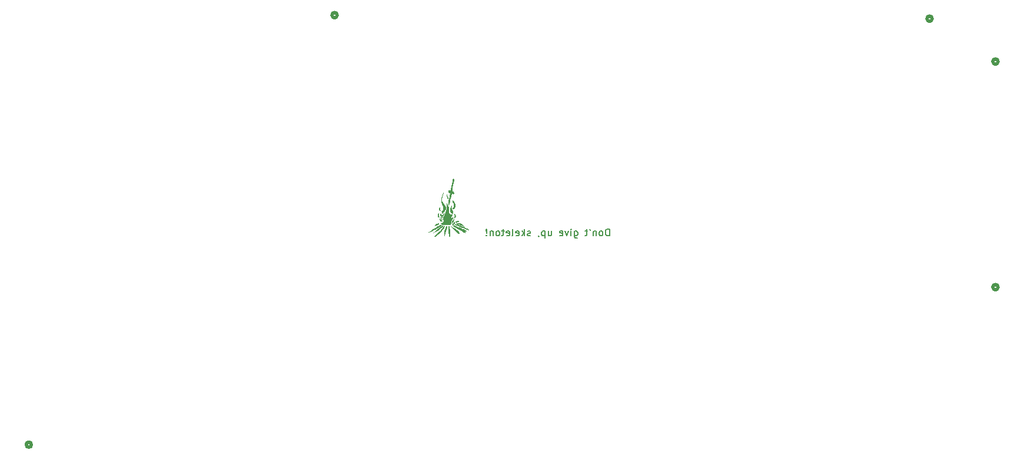
<source format=gbr>
%TF.GenerationSoftware,KiCad,Pcbnew,(6.0.10)*%
%TF.CreationDate,2023-12-09T12:58:45-08:00*%
%TF.ProjectId,windchargecontroller,77696e64-6368-4617-9267-65636f6e7472,rev?*%
%TF.SameCoordinates,Original*%
%TF.FileFunction,Legend,Bot*%
%TF.FilePolarity,Positive*%
%FSLAX46Y46*%
G04 Gerber Fmt 4.6, Leading zero omitted, Abs format (unit mm)*
G04 Created by KiCad (PCBNEW (6.0.10)) date 2023-12-09 12:58:45*
%MOMM*%
%LPD*%
G01*
G04 APERTURE LIST*
%ADD10C,0.150000*%
%ADD11C,0.508000*%
G04 APERTURE END LIST*
D10*
X163671733Y-70911980D02*
X163671733Y-69911980D01*
X163433638Y-69911980D01*
X163290780Y-69959600D01*
X163195542Y-70054838D01*
X163147923Y-70150076D01*
X163100304Y-70340552D01*
X163100304Y-70483409D01*
X163147923Y-70673885D01*
X163195542Y-70769123D01*
X163290780Y-70864361D01*
X163433638Y-70911980D01*
X163671733Y-70911980D01*
X162528876Y-70911980D02*
X162624114Y-70864361D01*
X162671733Y-70816742D01*
X162719352Y-70721504D01*
X162719352Y-70435790D01*
X162671733Y-70340552D01*
X162624114Y-70292933D01*
X162528876Y-70245314D01*
X162386019Y-70245314D01*
X162290780Y-70292933D01*
X162243161Y-70340552D01*
X162195542Y-70435790D01*
X162195542Y-70721504D01*
X162243161Y-70816742D01*
X162290780Y-70864361D01*
X162386019Y-70911980D01*
X162528876Y-70911980D01*
X161766971Y-70245314D02*
X161766971Y-70911980D01*
X161766971Y-70340552D02*
X161719352Y-70292933D01*
X161624114Y-70245314D01*
X161481257Y-70245314D01*
X161386019Y-70292933D01*
X161338400Y-70388171D01*
X161338400Y-70911980D01*
X160814590Y-69911980D02*
X160909828Y-70102457D01*
X160528876Y-70245314D02*
X160147923Y-70245314D01*
X160386019Y-69911980D02*
X160386019Y-70769123D01*
X160338400Y-70864361D01*
X160243161Y-70911980D01*
X160147923Y-70911980D01*
X158624114Y-70245314D02*
X158624114Y-71054838D01*
X158671733Y-71150076D01*
X158719352Y-71197695D01*
X158814590Y-71245314D01*
X158957447Y-71245314D01*
X159052685Y-71197695D01*
X158624114Y-70864361D02*
X158719352Y-70911980D01*
X158909828Y-70911980D01*
X159005066Y-70864361D01*
X159052685Y-70816742D01*
X159100304Y-70721504D01*
X159100304Y-70435790D01*
X159052685Y-70340552D01*
X159005066Y-70292933D01*
X158909828Y-70245314D01*
X158719352Y-70245314D01*
X158624114Y-70292933D01*
X158147923Y-70911980D02*
X158147923Y-70245314D01*
X158147923Y-69911980D02*
X158195542Y-69959600D01*
X158147923Y-70007219D01*
X158100304Y-69959600D01*
X158147923Y-69911980D01*
X158147923Y-70007219D01*
X157766971Y-70245314D02*
X157528876Y-70911980D01*
X157290780Y-70245314D01*
X156528876Y-70864361D02*
X156624114Y-70911980D01*
X156814590Y-70911980D01*
X156909828Y-70864361D01*
X156957447Y-70769123D01*
X156957447Y-70388171D01*
X156909828Y-70292933D01*
X156814590Y-70245314D01*
X156624114Y-70245314D01*
X156528876Y-70292933D01*
X156481257Y-70388171D01*
X156481257Y-70483409D01*
X156957447Y-70578647D01*
X154862209Y-70245314D02*
X154862209Y-70911980D01*
X155290780Y-70245314D02*
X155290780Y-70769123D01*
X155243161Y-70864361D01*
X155147923Y-70911980D01*
X155005066Y-70911980D01*
X154909828Y-70864361D01*
X154862209Y-70816742D01*
X154386019Y-70245314D02*
X154386019Y-71245314D01*
X154386019Y-70292933D02*
X154290780Y-70245314D01*
X154100304Y-70245314D01*
X154005066Y-70292933D01*
X153957447Y-70340552D01*
X153909828Y-70435790D01*
X153909828Y-70721504D01*
X153957447Y-70816742D01*
X154005066Y-70864361D01*
X154100304Y-70911980D01*
X154290780Y-70911980D01*
X154386019Y-70864361D01*
X153433638Y-70864361D02*
X153433638Y-70911980D01*
X153481257Y-71007219D01*
X153528876Y-71054838D01*
X152290780Y-70864361D02*
X152195542Y-70911980D01*
X152005066Y-70911980D01*
X151909828Y-70864361D01*
X151862209Y-70769123D01*
X151862209Y-70721504D01*
X151909828Y-70626266D01*
X152005066Y-70578647D01*
X152147923Y-70578647D01*
X152243161Y-70531028D01*
X152290780Y-70435790D01*
X152290780Y-70388171D01*
X152243161Y-70292933D01*
X152147923Y-70245314D01*
X152005066Y-70245314D01*
X151909828Y-70292933D01*
X151433638Y-70911980D02*
X151433638Y-69911980D01*
X151338400Y-70531028D02*
X151052685Y-70911980D01*
X151052685Y-70245314D02*
X151433638Y-70626266D01*
X150243161Y-70864361D02*
X150338400Y-70911980D01*
X150528876Y-70911980D01*
X150624114Y-70864361D01*
X150671733Y-70769123D01*
X150671733Y-70388171D01*
X150624114Y-70292933D01*
X150528876Y-70245314D01*
X150338400Y-70245314D01*
X150243161Y-70292933D01*
X150195542Y-70388171D01*
X150195542Y-70483409D01*
X150671733Y-70578647D01*
X149624114Y-70911980D02*
X149719352Y-70864361D01*
X149766971Y-70769123D01*
X149766971Y-69911980D01*
X148862209Y-70864361D02*
X148957447Y-70911980D01*
X149147923Y-70911980D01*
X149243161Y-70864361D01*
X149290780Y-70769123D01*
X149290780Y-70388171D01*
X149243161Y-70292933D01*
X149147923Y-70245314D01*
X148957447Y-70245314D01*
X148862209Y-70292933D01*
X148814590Y-70388171D01*
X148814590Y-70483409D01*
X149290780Y-70578647D01*
X148528876Y-70245314D02*
X148147923Y-70245314D01*
X148386019Y-69911980D02*
X148386019Y-70769123D01*
X148338400Y-70864361D01*
X148243161Y-70911980D01*
X148147923Y-70911980D01*
X147671733Y-70911980D02*
X147766971Y-70864361D01*
X147814590Y-70816742D01*
X147862209Y-70721504D01*
X147862209Y-70435790D01*
X147814590Y-70340552D01*
X147766971Y-70292933D01*
X147671733Y-70245314D01*
X147528876Y-70245314D01*
X147433638Y-70292933D01*
X147386019Y-70340552D01*
X147338400Y-70435790D01*
X147338400Y-70721504D01*
X147386019Y-70816742D01*
X147433638Y-70864361D01*
X147528876Y-70911980D01*
X147671733Y-70911980D01*
X146909828Y-70245314D02*
X146909828Y-70911980D01*
X146909828Y-70340552D02*
X146862209Y-70292933D01*
X146766971Y-70245314D01*
X146624114Y-70245314D01*
X146528876Y-70292933D01*
X146481257Y-70388171D01*
X146481257Y-70911980D01*
X146005066Y-70816742D02*
X145957447Y-70864361D01*
X146005066Y-70911980D01*
X146052685Y-70864361D01*
X146005066Y-70816742D01*
X146005066Y-70911980D01*
X146005066Y-70531028D02*
X146052685Y-69959600D01*
X146005066Y-69911980D01*
X145957447Y-69959600D01*
X146005066Y-70531028D01*
X146005066Y-69911980D01*
D11*
%TO.C,J4*%
X219582999Y-45801899D02*
G75*
G03*
X219582999Y-45801899I-381000J0D01*
G01*
%TO.C,J5*%
X124505101Y-39115999D02*
G75*
G03*
X124505101Y-39115999I-381000J0D01*
G01*
%TO.C,J6*%
X210103101Y-39623999D02*
G75*
G03*
X210103101Y-39623999I-381000J0D01*
G01*
%TO.C,G\u002A\u002A\u002A*%
G36*
X139328648Y-66724241D02*
G01*
X139322052Y-66740252D01*
X139290734Y-66862822D01*
X139300285Y-66994504D01*
X139351267Y-67142132D01*
X139355943Y-67152260D01*
X139394586Y-67240382D01*
X139411226Y-67295164D01*
X139407894Y-67324836D01*
X139400351Y-67332231D01*
X139329396Y-67352203D01*
X139260752Y-67330104D01*
X139222509Y-67291062D01*
X139180356Y-67186662D01*
X139170867Y-67061413D01*
X139194356Y-66929948D01*
X139213619Y-66877586D01*
X139250015Y-66802885D01*
X139286155Y-66744300D01*
X139304759Y-66723003D01*
X139330891Y-66705488D01*
X139328648Y-66724241D01*
G37*
G36*
X141325851Y-68524516D02*
G01*
X141316991Y-68589375D01*
X141298097Y-68673776D01*
X141272412Y-68764948D01*
X141243175Y-68850119D01*
X141213775Y-68916247D01*
X141177273Y-68973513D01*
X141127421Y-69038959D01*
X141071840Y-69104309D01*
X141018155Y-69161288D01*
X140973990Y-69201621D01*
X140946967Y-69217031D01*
X140942151Y-69211102D01*
X140952319Y-69176351D01*
X140977801Y-69117966D01*
X140989256Y-69094779D01*
X141022670Y-69000426D01*
X141022340Y-68900101D01*
X141022162Y-68898798D01*
X141016915Y-68848260D01*
X141021441Y-68808750D01*
X141041568Y-68769157D01*
X141083123Y-68718371D01*
X141151936Y-68645280D01*
X141159016Y-68637905D01*
X141226405Y-68570091D01*
X141280973Y-68519603D01*
X141314782Y-68493572D01*
X141321437Y-68491971D01*
X141325851Y-68524516D01*
G37*
G36*
X141294850Y-62719479D02*
G01*
X141360200Y-62775712D01*
X141380794Y-62841425D01*
X141355114Y-62911057D01*
X141349290Y-62918855D01*
X141332661Y-62950651D01*
X141313554Y-63008720D01*
X141291117Y-63096861D01*
X141264500Y-63218873D01*
X141232852Y-63378555D01*
X141195321Y-63579707D01*
X141170574Y-63716586D01*
X141138032Y-63898381D01*
X141108392Y-64064329D01*
X141082671Y-64208707D01*
X141061884Y-64325796D01*
X141047050Y-64409875D01*
X141039184Y-64455224D01*
X141038181Y-64461575D01*
X141058692Y-64470397D01*
X141108106Y-64483080D01*
X141108951Y-64483266D01*
X141177253Y-64514890D01*
X141250656Y-64572825D01*
X141311683Y-64641153D01*
X141340302Y-64693991D01*
X141345884Y-64747117D01*
X141340029Y-64814887D01*
X141325968Y-64876882D01*
X141306931Y-64912683D01*
X141305547Y-64913649D01*
X141273787Y-64914774D01*
X141210454Y-64905869D01*
X141144624Y-64892286D01*
X141069098Y-64875710D01*
X141015571Y-64865817D01*
X140997282Y-64864548D01*
X140991213Y-64888480D01*
X140976734Y-64953370D01*
X140955146Y-65053153D01*
X140927749Y-65181762D01*
X140895843Y-65333132D01*
X140860727Y-65501198D01*
X140857451Y-65516951D01*
X140798587Y-65790579D01*
X140745161Y-66018411D01*
X140696583Y-66202290D01*
X140652263Y-66344054D01*
X140611608Y-66445546D01*
X140574029Y-66508606D01*
X140538935Y-66535073D01*
X140530329Y-66536188D01*
X140504091Y-66516971D01*
X140493725Y-66497663D01*
X140486394Y-66450607D01*
X140488101Y-66369606D01*
X140499104Y-66252958D01*
X140519663Y-66098961D01*
X140550037Y-65905912D01*
X140590487Y-65672111D01*
X140641271Y-65395853D01*
X140702650Y-65075439D01*
X140738669Y-64891670D01*
X140742855Y-64843077D01*
X140724290Y-64810153D01*
X140672871Y-64776804D01*
X140663310Y-64771632D01*
X140575270Y-64703172D01*
X140518123Y-64614559D01*
X140498184Y-64517903D01*
X140504828Y-64467679D01*
X140526131Y-64387511D01*
X140674122Y-64393240D01*
X140751221Y-64394417D01*
X140804753Y-64391779D01*
X140822113Y-64386704D01*
X140826854Y-64360981D01*
X140840261Y-64294216D01*
X140861110Y-64192352D01*
X140888176Y-64061332D01*
X140920234Y-63907100D01*
X140956062Y-63735600D01*
X140966715Y-63684756D01*
X141006257Y-63491455D01*
X141040620Y-63314169D01*
X141068722Y-63159106D01*
X141089487Y-63032475D01*
X141101835Y-62940484D01*
X141104758Y-62890348D01*
X141105140Y-62819032D01*
X141123187Y-62773748D01*
X141165321Y-62734792D01*
X141214667Y-62702381D01*
X141251746Y-62699202D01*
X141294850Y-62719479D01*
G37*
G36*
X141359183Y-67702561D02*
G01*
X141403786Y-67738609D01*
X141455824Y-67787778D01*
X141540443Y-67891153D01*
X141580719Y-67992303D01*
X141578942Y-68100429D01*
X141554448Y-68183774D01*
X141497515Y-68281745D01*
X141417481Y-68351232D01*
X141325283Y-68383461D01*
X141304082Y-68384681D01*
X141245880Y-68384770D01*
X141295080Y-68330753D01*
X141342793Y-68269610D01*
X141374349Y-68218576D01*
X141395201Y-68143084D01*
X141400415Y-68039797D01*
X141390505Y-67926136D01*
X141365986Y-67819524D01*
X141362223Y-67808418D01*
X141342820Y-67744399D01*
X141335734Y-67701479D01*
X141337598Y-67693230D01*
X141359183Y-67702561D01*
G37*
G36*
X140259241Y-69509539D02*
G01*
X140326701Y-69522176D01*
X140357506Y-69547720D01*
X140361249Y-69599393D01*
X140355496Y-69642181D01*
X140343062Y-69696505D01*
X140318486Y-69784084D01*
X140284077Y-69898025D01*
X140242142Y-70031436D01*
X140194991Y-70177425D01*
X140144931Y-70329099D01*
X140094271Y-70479567D01*
X140045319Y-70621935D01*
X140000384Y-70749313D01*
X139961774Y-70854806D01*
X139931798Y-70931525D01*
X139912764Y-70972575D01*
X139908233Y-70977587D01*
X139897732Y-70955513D01*
X139889999Y-70896982D01*
X139886395Y-70813533D01*
X139886294Y-70791528D01*
X139890004Y-70653297D01*
X139901790Y-70522861D01*
X139923753Y-70389460D01*
X139957993Y-70242335D01*
X140006612Y-70070727D01*
X140060919Y-69897247D01*
X140188524Y-69501122D01*
X140259241Y-69509539D01*
G37*
G36*
X140686780Y-69625906D02*
G01*
X140697441Y-69733089D01*
X140709441Y-69869326D01*
X140722104Y-70025144D01*
X140734753Y-70191073D01*
X140746709Y-70357641D01*
X140757296Y-70515376D01*
X140765835Y-70654807D01*
X140771651Y-70766462D01*
X140774064Y-70840871D01*
X140774093Y-70846746D01*
X140766246Y-70957038D01*
X140743226Y-71023969D01*
X140705829Y-71046647D01*
X140654850Y-71024179D01*
X140633165Y-71004707D01*
X140605549Y-70960225D01*
X140585938Y-70885660D01*
X140572015Y-70772154D01*
X140571882Y-70770633D01*
X140560231Y-70648859D01*
X140545225Y-70509126D01*
X140530049Y-70381043D01*
X140529587Y-70377398D01*
X140519406Y-70272983D01*
X140510622Y-70137711D01*
X140504147Y-69988742D01*
X140500895Y-69843230D01*
X140500841Y-69837228D01*
X140498011Y-69501122D01*
X140584797Y-69493864D01*
X140671582Y-69486606D01*
X140686780Y-69625906D01*
G37*
G36*
X141437021Y-69409356D02*
G01*
X141543968Y-69461262D01*
X141555646Y-69468559D01*
X141608702Y-69497780D01*
X141699003Y-69542465D01*
X141819570Y-69599379D01*
X141963425Y-69665286D01*
X142123589Y-69736949D01*
X142293083Y-69811130D01*
X142310582Y-69818694D01*
X142529372Y-69913484D01*
X142707257Y-69991755D01*
X142847569Y-70055656D01*
X142953640Y-70107339D01*
X143028802Y-70148952D01*
X143076388Y-70182645D01*
X143099728Y-70210569D01*
X143102156Y-70234874D01*
X143087003Y-70257710D01*
X143057601Y-70281226D01*
X143042813Y-70291164D01*
X143000827Y-70330959D01*
X142984290Y-70388027D01*
X142982794Y-70425967D01*
X142978188Y-70489429D01*
X142961046Y-70516666D01*
X142940781Y-70520244D01*
X142907322Y-70508054D01*
X142840257Y-70474952D01*
X142747039Y-70424922D01*
X142635115Y-70361952D01*
X142525674Y-70298174D01*
X142393342Y-70220806D01*
X142230821Y-70127315D01*
X142050107Y-70024511D01*
X141863194Y-69919203D01*
X141682078Y-69818200D01*
X141607917Y-69777209D01*
X141461303Y-69695814D01*
X141329583Y-69621511D01*
X141218321Y-69557534D01*
X141133078Y-69507115D01*
X141079418Y-69473490D01*
X141062721Y-69460237D01*
X141083764Y-69441816D01*
X141138597Y-69422590D01*
X141213180Y-69405957D01*
X141293472Y-69395318D01*
X141339578Y-69393222D01*
X141437021Y-69409356D01*
G37*
G36*
X139370692Y-68282519D02*
G01*
X139366264Y-68300925D01*
X139359181Y-68385563D01*
X139396171Y-68484408D01*
X139476218Y-68595164D01*
X139515851Y-68637995D01*
X139579830Y-68709278D01*
X139623978Y-68769926D01*
X139641054Y-68809783D01*
X139640839Y-68813307D01*
X139613487Y-68843399D01*
X139556175Y-68857809D01*
X139484670Y-68855500D01*
X139414741Y-68835432D01*
X139402037Y-68829034D01*
X139346274Y-68778321D01*
X139293844Y-68698288D01*
X139254422Y-68607211D01*
X139237686Y-68523364D01*
X139237614Y-68518503D01*
X139247572Y-68464505D01*
X139272505Y-68396945D01*
X139305003Y-68331024D01*
X139337656Y-68281945D01*
X139361319Y-68264733D01*
X139370692Y-68282519D01*
G37*
G36*
X140294221Y-64891449D02*
G01*
X140316030Y-64946016D01*
X140339694Y-65024887D01*
X140342518Y-65035716D01*
X140374947Y-65145289D01*
X140415312Y-65258937D01*
X140447588Y-65335810D01*
X140488651Y-65431361D01*
X140506909Y-65499756D01*
X140504962Y-65554582D01*
X140495443Y-65585926D01*
X140476462Y-65617043D01*
X140451610Y-65615064D01*
X140415436Y-65576636D01*
X140368489Y-65507789D01*
X140304342Y-65383433D01*
X140258084Y-65244897D01*
X140233780Y-65108604D01*
X140235496Y-64990976D01*
X140237611Y-64979055D01*
X140254385Y-64915811D01*
X140272517Y-64877272D01*
X140278670Y-64872441D01*
X140294221Y-64891449D01*
G37*
G36*
X141035875Y-66463369D02*
G01*
X141026015Y-66510879D01*
X141001910Y-66594021D01*
X140976095Y-66720532D01*
X140969494Y-66853775D01*
X140982283Y-66974013D01*
X140997995Y-67028343D01*
X141023703Y-67084539D01*
X141065230Y-67165608D01*
X141114074Y-67255024D01*
X141119378Y-67264394D01*
X141192217Y-67414144D01*
X141225450Y-67537691D01*
X141219188Y-67635818D01*
X141181278Y-67701565D01*
X141135049Y-67744149D01*
X141094613Y-67756467D01*
X141044681Y-67738507D01*
X140986302Y-67701434D01*
X140918003Y-67638135D01*
X140856784Y-67553046D01*
X140843028Y-67527379D01*
X140800644Y-67393709D01*
X140786557Y-67230802D01*
X140799941Y-67047592D01*
X140839970Y-66853015D01*
X140905817Y-66656008D01*
X140928586Y-66602039D01*
X140963981Y-66528450D01*
X140995563Y-66473748D01*
X141012895Y-66452952D01*
X141031308Y-66446544D01*
X141035875Y-66463369D01*
G37*
G36*
X140379122Y-66054162D02*
G01*
X140381853Y-66113104D01*
X140382280Y-66197675D01*
X140381830Y-66230092D01*
X140380615Y-66308619D01*
X140382780Y-66368809D01*
X140392009Y-66420577D01*
X140411986Y-66473837D01*
X140446393Y-66538503D01*
X140498915Y-66624491D01*
X140570034Y-66736675D01*
X140596414Y-66788296D01*
X140609008Y-66846653D01*
X140610354Y-66928153D01*
X140607750Y-66980328D01*
X140602626Y-67087162D01*
X140598435Y-67216971D01*
X140595957Y-67344717D01*
X140595746Y-67366376D01*
X140595996Y-67472100D01*
X140600696Y-67543330D01*
X140612788Y-67593560D01*
X140635208Y-67636289D01*
X140662843Y-67674517D01*
X140758486Y-67774197D01*
X140860975Y-67835662D01*
X140963681Y-67856342D01*
X141059976Y-67833669D01*
X141065823Y-67830651D01*
X141110232Y-67814219D01*
X141126988Y-67828754D01*
X141115935Y-67876591D01*
X141076915Y-67960064D01*
X141054276Y-68002430D01*
X140999647Y-68117849D01*
X140971866Y-68212422D01*
X140971376Y-68281127D01*
X140998620Y-68318940D01*
X141025854Y-68324751D01*
X141072747Y-68303286D01*
X141105189Y-68258731D01*
X141138931Y-68203852D01*
X141163738Y-68194709D01*
X141177617Y-68229528D01*
X141178576Y-68306532D01*
X141177366Y-68323020D01*
X141155772Y-68437741D01*
X141107976Y-68529871D01*
X141100844Y-68539488D01*
X141004094Y-68701418D01*
X140946356Y-68884983D01*
X140931219Y-68987066D01*
X140902460Y-69136194D01*
X140848380Y-69249024D01*
X140765657Y-69331939D01*
X140744308Y-69346164D01*
X140693548Y-69371792D01*
X140635217Y-69385679D01*
X140554575Y-69390153D01*
X140474004Y-69388839D01*
X140367698Y-69388046D01*
X140266703Y-69391547D01*
X140191308Y-69398593D01*
X140185913Y-69399472D01*
X140056078Y-69398122D01*
X139993852Y-69380947D01*
X139907011Y-69358622D01*
X139808877Y-69346272D01*
X139783015Y-69345434D01*
X139637959Y-69326867D01*
X139523809Y-69272510D01*
X139454299Y-69201894D01*
X139422570Y-69149797D01*
X139421504Y-69115015D01*
X139456422Y-69089012D01*
X139532643Y-69063252D01*
X139542450Y-69060443D01*
X139645570Y-69013109D01*
X139731257Y-68940289D01*
X139786885Y-68853991D01*
X139798110Y-68817311D01*
X139797469Y-68733416D01*
X139770141Y-68619767D01*
X139762591Y-68597116D01*
X139724588Y-68441478D01*
X139727303Y-68302776D01*
X139771889Y-68170739D01*
X139819593Y-68089891D01*
X139875078Y-67995482D01*
X139924899Y-67890131D01*
X139946414Y-67832596D01*
X139971369Y-67762529D01*
X140011052Y-67660583D01*
X140060648Y-67538737D01*
X140115343Y-67408970D01*
X140134561Y-67364449D01*
X140280604Y-67028343D01*
X140281930Y-66620215D01*
X140283384Y-66459264D01*
X140286997Y-66338366D01*
X140293428Y-66249579D01*
X140303339Y-66184964D01*
X140317390Y-66136580D01*
X140323387Y-66122058D01*
X140350769Y-66066021D01*
X140370817Y-66034532D01*
X140374501Y-66032029D01*
X140379122Y-66054162D01*
G37*
G36*
X139927418Y-67553760D02*
G01*
X139930333Y-67595205D01*
X139915772Y-67670646D01*
X139882505Y-67777548D01*
X139830073Y-67911573D01*
X139791721Y-67983610D01*
X139736637Y-68066679D01*
X139703631Y-68109716D01*
X139628445Y-68229893D01*
X139599554Y-68348901D01*
X139617375Y-68463950D01*
X139642741Y-68517116D01*
X139680993Y-68589350D01*
X139688590Y-68624663D01*
X139665407Y-68623192D01*
X139611319Y-68585074D01*
X139593987Y-68570710D01*
X139528296Y-68503192D01*
X139492577Y-68430103D01*
X139482049Y-68336997D01*
X139487444Y-68248854D01*
X139495051Y-68166507D01*
X139494364Y-68120987D01*
X139482209Y-68101379D01*
X139455413Y-68096770D01*
X139443192Y-68096680D01*
X139382433Y-68075235D01*
X139342860Y-68012830D01*
X139326110Y-67912360D01*
X139325642Y-67888610D01*
X139335243Y-67814175D01*
X139359558Y-67742048D01*
X139391857Y-67687191D01*
X139425409Y-67664568D01*
X139426428Y-67664544D01*
X139444834Y-67685246D01*
X139467251Y-67737083D01*
X139474593Y-67759705D01*
X139505670Y-67830167D01*
X139546522Y-67884213D01*
X139555758Y-67891747D01*
X139615725Y-67924261D01*
X139663669Y-67923249D01*
X139707002Y-67884713D01*
X139753137Y-67804654D01*
X139765561Y-67778579D01*
X139826097Y-67658719D01*
X139874072Y-67582984D01*
X139908255Y-67548842D01*
X139927418Y-67553760D01*
G37*
G36*
X142219730Y-69129602D02*
G01*
X142414321Y-69205942D01*
X142585358Y-69316020D01*
X142661854Y-69385619D01*
X142742537Y-69473673D01*
X142790056Y-69537175D01*
X142803077Y-69574003D01*
X142785576Y-69582715D01*
X142755484Y-69573814D01*
X142686952Y-69550041D01*
X142586369Y-69513726D01*
X142460125Y-69467199D01*
X142314608Y-69412788D01*
X142184919Y-69363745D01*
X142030878Y-69304314D01*
X141893554Y-69249617D01*
X141778771Y-69202115D01*
X141692354Y-69164269D01*
X141640127Y-69138541D01*
X141626996Y-69127986D01*
X141655223Y-69115879D01*
X141717682Y-69102734D01*
X141799316Y-69091583D01*
X142011442Y-69090363D01*
X142219730Y-69129602D01*
G37*
G36*
X139892164Y-69460410D02*
G01*
X139937637Y-69487371D01*
X139991802Y-69531231D01*
X139945045Y-69636214D01*
X139876659Y-69766615D01*
X139781215Y-69916627D01*
X139667600Y-70074027D01*
X139544701Y-70226591D01*
X139421403Y-70362094D01*
X139406203Y-70377425D01*
X139291993Y-70488425D01*
X139168591Y-70603366D01*
X139042941Y-70716258D01*
X138921988Y-70821113D01*
X138812676Y-70911940D01*
X138721948Y-70982751D01*
X138656749Y-71027554D01*
X138644619Y-71034316D01*
X138565286Y-71066602D01*
X138513139Y-71069995D01*
X138493421Y-71044218D01*
X138493380Y-71042306D01*
X138510700Y-70986973D01*
X138558011Y-70910005D01*
X138628342Y-70820414D01*
X138714719Y-70727211D01*
X138795328Y-70652071D01*
X139012813Y-70457759D01*
X139210931Y-70268655D01*
X139385853Y-70088915D01*
X139533749Y-69922696D01*
X139650791Y-69774155D01*
X139733150Y-69647447D01*
X139749595Y-69616200D01*
X139790677Y-69539597D01*
X139827856Y-69481794D01*
X139853178Y-69455139D01*
X139853427Y-69455040D01*
X139892164Y-69460410D01*
G37*
G36*
X141237376Y-65886058D02*
G01*
X141360954Y-66031401D01*
X141451386Y-66205037D01*
X141503802Y-66396456D01*
X141513477Y-66482178D01*
X141517459Y-66579566D01*
X141511484Y-66650719D01*
X141491329Y-66717075D01*
X141452765Y-66800071D01*
X141449536Y-66806522D01*
X141403330Y-66889014D01*
X141349344Y-66971254D01*
X141295418Y-67042834D01*
X141249392Y-67093342D01*
X141219193Y-67112370D01*
X141201416Y-67093398D01*
X141173783Y-67047160D01*
X141170839Y-67041539D01*
X141140256Y-66965153D01*
X141142884Y-66903306D01*
X141181336Y-66838256D01*
X141204925Y-66810099D01*
X141267088Y-66724409D01*
X141301488Y-66635447D01*
X141307824Y-66535883D01*
X141285796Y-66418388D01*
X141235101Y-66275633D01*
X141177687Y-66146732D01*
X141131192Y-66044819D01*
X141104122Y-65973976D01*
X141093451Y-65922828D01*
X141096156Y-65880001D01*
X141101254Y-65859277D01*
X141123640Y-65781221D01*
X141237376Y-65886058D01*
G37*
G36*
X139181038Y-69134482D02*
G01*
X139212134Y-69146657D01*
X139213607Y-69150935D01*
X139193049Y-69182931D01*
X139136408Y-69230003D01*
X139051232Y-69287181D01*
X138945069Y-69349499D01*
X138825467Y-69411987D01*
X138793474Y-69427471D01*
X138672702Y-69484400D01*
X138588669Y-69522339D01*
X138535108Y-69543648D01*
X138505753Y-69550687D01*
X138494336Y-69545818D01*
X138493380Y-69540496D01*
X138505684Y-69511272D01*
X138537318Y-69456564D01*
X138565668Y-69412222D01*
X138676461Y-69286551D01*
X138818281Y-69191208D01*
X138899089Y-69157098D01*
X138965127Y-69141297D01*
X139043492Y-69132077D01*
X139120143Y-69129713D01*
X139181038Y-69134482D01*
G37*
G36*
X141524600Y-69211716D02*
G01*
X141602633Y-69233123D01*
X141712043Y-69267728D01*
X141846239Y-69313182D01*
X141998632Y-69367133D01*
X142162634Y-69427232D01*
X142331654Y-69491129D01*
X142499104Y-69556473D01*
X142658394Y-69620915D01*
X142718234Y-69645864D01*
X142943915Y-69743176D01*
X143125876Y-69826807D01*
X143266100Y-69897799D01*
X143366572Y-69957190D01*
X143429273Y-70006019D01*
X143448083Y-70028296D01*
X143472755Y-70083692D01*
X143470054Y-70123683D01*
X143443523Y-70135806D01*
X143418302Y-70126720D01*
X143353555Y-70101474D01*
X143254212Y-70062046D01*
X143125206Y-70010409D01*
X142971469Y-69948539D01*
X142797934Y-69878411D01*
X142609530Y-69802001D01*
X142574665Y-69787832D01*
X142317983Y-69683535D01*
X142102219Y-69595848D01*
X141923864Y-69523171D01*
X141779411Y-69463900D01*
X141665350Y-69416435D01*
X141578174Y-69379172D01*
X141514373Y-69350510D01*
X141470440Y-69328846D01*
X141442864Y-69312579D01*
X141428139Y-69300107D01*
X141422756Y-69289827D01*
X141423205Y-69280138D01*
X141425979Y-69269438D01*
X141427058Y-69263817D01*
X141454530Y-69218000D01*
X141484531Y-69205857D01*
X141524600Y-69211716D01*
G37*
G36*
X141370418Y-68814418D02*
G01*
X141386723Y-68869022D01*
X141398720Y-68941785D01*
X141404079Y-69017777D01*
X141400470Y-69082071D01*
X141398699Y-69091202D01*
X141348652Y-69211197D01*
X141262529Y-69305022D01*
X141147522Y-69367328D01*
X141010820Y-69392767D01*
X140992899Y-69393088D01*
X140923510Y-69391572D01*
X140878999Y-69387686D01*
X140870128Y-69384483D01*
X140888497Y-69367894D01*
X140936537Y-69332897D01*
X141000357Y-69289411D01*
X141138145Y-69172999D01*
X141243630Y-69031682D01*
X141303468Y-68894380D01*
X141325574Y-68833064D01*
X141345810Y-68796963D01*
X141352135Y-68792899D01*
X141370418Y-68814418D01*
G37*
G36*
X139179415Y-67626097D02*
G01*
X139166761Y-67684831D01*
X139151953Y-67734606D01*
X139121914Y-67885256D01*
X139130869Y-68026177D01*
X139177841Y-68148163D01*
X139199203Y-68179694D01*
X139264065Y-68264733D01*
X139208827Y-68263771D01*
X139147005Y-68251539D01*
X139087869Y-68227151D01*
X139016214Y-68163034D01*
X138968709Y-68069715D01*
X138948712Y-67961273D01*
X138959586Y-67851789D01*
X138983392Y-67789391D01*
X139018412Y-67736507D01*
X139066380Y-67680414D01*
X139116478Y-67631734D01*
X139157887Y-67601091D01*
X139178699Y-67597625D01*
X139179415Y-67626097D01*
G37*
G36*
X139739495Y-69464896D02*
G01*
X139718088Y-69512073D01*
X139672824Y-69584955D01*
X139667800Y-69592565D01*
X139590431Y-69693163D01*
X139488244Y-69796529D01*
X139355945Y-69907241D01*
X139188237Y-70029873D01*
X139065272Y-70113158D01*
X138961449Y-70179771D01*
X138845294Y-70250854D01*
X138724786Y-70321920D01*
X138607904Y-70388480D01*
X138502626Y-70446045D01*
X138416932Y-70490126D01*
X138358799Y-70516236D01*
X138339519Y-70521443D01*
X138325510Y-70503236D01*
X138325327Y-70499770D01*
X138342631Y-70474483D01*
X138390062Y-70424520D01*
X138460897Y-70355985D01*
X138548413Y-70274987D01*
X138645889Y-70187631D01*
X138746601Y-70100024D01*
X138843828Y-70018271D01*
X138930846Y-69948479D01*
X138940181Y-69941276D01*
X139027431Y-69877069D01*
X139141143Y-69797347D01*
X139267011Y-69711957D01*
X139390728Y-69630749D01*
X139398654Y-69625658D01*
X139535111Y-69539565D01*
X139634852Y-69480759D01*
X139700448Y-69448923D01*
X139734472Y-69443740D01*
X139739495Y-69464896D01*
G37*
G36*
X139862389Y-64588813D02*
G01*
X139848726Y-64646766D01*
X139824028Y-64732754D01*
X139790622Y-64838107D01*
X139788019Y-64845977D01*
X139719482Y-65059334D01*
X139668137Y-65235968D01*
X139632397Y-65383347D01*
X139610678Y-65508939D01*
X139601394Y-65620214D01*
X139602644Y-65719368D01*
X139619285Y-65857628D01*
X139655411Y-65983867D01*
X139715997Y-66108722D01*
X139806016Y-66242826D01*
X139906110Y-66368135D01*
X139982140Y-66462251D01*
X140051013Y-66554159D01*
X140103608Y-66631334D01*
X140125817Y-66669808D01*
X140168537Y-66808050D01*
X140170932Y-66957470D01*
X140133426Y-67103850D01*
X140111445Y-67150807D01*
X140024124Y-67297709D01*
X139931119Y-67423457D01*
X139840352Y-67517875D01*
X139802835Y-67547100D01*
X139736988Y-67604475D01*
X139683332Y-67671480D01*
X139676881Y-67682549D01*
X139645249Y-67733471D01*
X139620816Y-67759642D01*
X139617671Y-67760574D01*
X139601897Y-67739622D01*
X139580656Y-67686169D01*
X139568429Y-67646538D01*
X139536339Y-67532502D01*
X139301763Y-67517546D01*
X139419911Y-67462807D01*
X139558170Y-67375544D01*
X139657909Y-67260085D01*
X139719027Y-67117037D01*
X139741423Y-66947006D01*
X139724994Y-66750597D01*
X139669641Y-66528416D01*
X139605821Y-66353308D01*
X139489694Y-66068041D01*
X139490975Y-65755942D01*
X139492742Y-65617819D01*
X139498005Y-65513239D01*
X139508675Y-65427761D01*
X139526664Y-65346938D01*
X139553882Y-65256328D01*
X139559280Y-65239780D01*
X139593730Y-65142724D01*
X139637055Y-65032158D01*
X139685353Y-64916726D01*
X139734722Y-64805073D01*
X139781262Y-64705841D01*
X139821071Y-64627675D01*
X139850247Y-64579217D01*
X139862692Y-64567568D01*
X139862389Y-64588813D01*
G37*
G36*
X140873444Y-69478952D02*
G01*
X140934901Y-69518363D01*
X141025793Y-69580174D01*
X141141604Y-69661214D01*
X141277819Y-69758312D01*
X141429922Y-69868299D01*
X141593400Y-69988005D01*
X141647506Y-70027940D01*
X141786716Y-70135274D01*
X141907115Y-70236740D01*
X142003454Y-70327372D01*
X142070483Y-70402203D01*
X142102953Y-70456267D01*
X142103964Y-70459798D01*
X142106647Y-70527679D01*
X142095147Y-70579796D01*
X142055871Y-70629708D01*
X141993135Y-70639139D01*
X141909644Y-70607870D01*
X141890450Y-70596560D01*
X141840438Y-70558065D01*
X141771348Y-70495411D01*
X141695958Y-70420359D01*
X141675332Y-70398588D01*
X141613556Y-70333205D01*
X141526099Y-70241698D01*
X141420854Y-70132270D01*
X141305712Y-70013123D01*
X141188565Y-69892462D01*
X141177175Y-69880764D01*
X141049438Y-69748618D01*
X140953291Y-69646530D01*
X140885961Y-69571021D01*
X140844676Y-69518610D01*
X140826663Y-69485820D01*
X140829150Y-69469172D01*
X140845935Y-69465111D01*
X140873444Y-69478952D01*
G37*
G36*
X141996254Y-68744869D02*
G01*
X142043750Y-68766195D01*
X142125028Y-68809500D01*
X142043750Y-68869907D01*
X141926268Y-68938708D01*
X141795919Y-68975457D01*
X141658795Y-68984959D01*
X141578927Y-68982839D01*
X141536222Y-68974256D01*
X141519932Y-68955880D01*
X141518333Y-68941436D01*
X141538602Y-68889867D01*
X141590983Y-68832339D01*
X141662833Y-68780291D01*
X141731981Y-68748150D01*
X141869539Y-68723311D01*
X141996254Y-68744869D01*
G37*
G36*
X139525407Y-69362314D02*
G01*
X139550194Y-69381664D01*
X139570988Y-69414839D01*
X139571139Y-69426046D01*
X139543561Y-69444557D01*
X139482076Y-69483539D01*
X139393851Y-69538590D01*
X139286051Y-69605311D01*
X139165841Y-69679302D01*
X139040388Y-69756162D01*
X138916858Y-69831491D01*
X138802415Y-69900889D01*
X138704226Y-69959955D01*
X138629752Y-70004118D01*
X138524236Y-70063614D01*
X138398051Y-70131215D01*
X138259526Y-70202832D01*
X138116988Y-70274379D01*
X137978765Y-70341768D01*
X137853186Y-70400912D01*
X137748579Y-70447722D01*
X137673271Y-70478112D01*
X137647113Y-70486406D01*
X137600330Y-70491788D01*
X137582029Y-70482033D01*
X137602509Y-70453913D01*
X137658996Y-70404547D01*
X137746288Y-70337332D01*
X137859184Y-70255669D01*
X137992483Y-70162955D01*
X138140984Y-70062589D01*
X138299485Y-69957970D01*
X138462787Y-69852496D01*
X138625687Y-69749568D01*
X138782985Y-69652582D01*
X138929479Y-69564938D01*
X139059969Y-69490035D01*
X139169253Y-69431271D01*
X139246203Y-69394552D01*
X139357641Y-69357747D01*
X139453938Y-69346865D01*
X139525407Y-69362314D01*
G37*
%TO.C,J1*%
X80518001Y-101010101D02*
G75*
G03*
X80518001Y-101010101I-381000J0D01*
G01*
%TO.C,J3*%
X219582999Y-78313899D02*
G75*
G03*
X219582999Y-78313899I-381000J0D01*
G01*
%TD*%
M02*

</source>
